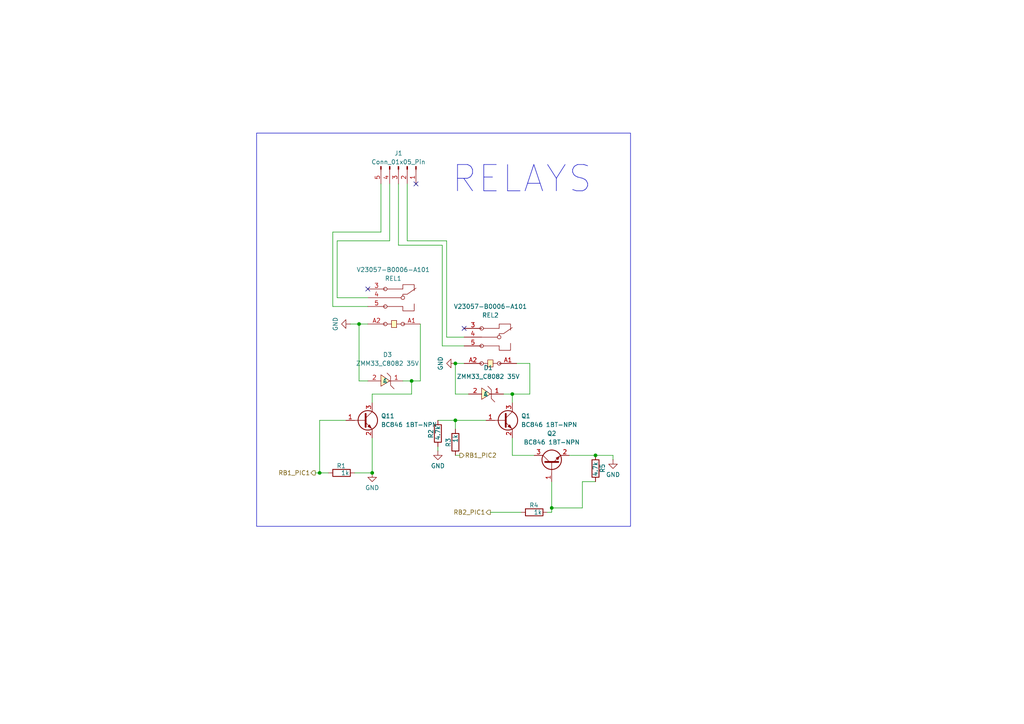
<source format=kicad_sch>
(kicad_sch
	(version 20250114)
	(generator "eeschema")
	(generator_version "9.0")
	(uuid "92b22b3f-d5a3-40f7-9779-47e07c7a9e9e")
	(paper "A4")
	(lib_symbols
		(symbol "Connector:Conn_01x05_Pin"
			(pin_names
				(offset 1.016)
				(hide yes)
			)
			(exclude_from_sim no)
			(in_bom yes)
			(on_board yes)
			(property "Reference" "J"
				(at 0 7.62 0)
				(effects
					(font
						(size 1.27 1.27)
					)
				)
			)
			(property "Value" "Conn_01x05_Pin"
				(at 0 -7.62 0)
				(effects
					(font
						(size 1.27 1.27)
					)
				)
			)
			(property "Footprint" ""
				(at 0 0 0)
				(effects
					(font
						(size 1.27 1.27)
					)
					(hide yes)
				)
			)
			(property "Datasheet" "~"
				(at 0 0 0)
				(effects
					(font
						(size 1.27 1.27)
					)
					(hide yes)
				)
			)
			(property "Description" "Generic connector, single row, 01x05, script generated"
				(at 0 0 0)
				(effects
					(font
						(size 1.27 1.27)
					)
					(hide yes)
				)
			)
			(property "ki_locked" ""
				(at 0 0 0)
				(effects
					(font
						(size 1.27 1.27)
					)
				)
			)
			(property "ki_keywords" "connector"
				(at 0 0 0)
				(effects
					(font
						(size 1.27 1.27)
					)
					(hide yes)
				)
			)
			(property "ki_fp_filters" "Connector*:*_1x??_*"
				(at 0 0 0)
				(effects
					(font
						(size 1.27 1.27)
					)
					(hide yes)
				)
			)
			(symbol "Conn_01x05_Pin_1_1"
				(rectangle
					(start 0.8636 5.207)
					(end 0 4.953)
					(stroke
						(width 0.1524)
						(type default)
					)
					(fill
						(type outline)
					)
				)
				(rectangle
					(start 0.8636 2.667)
					(end 0 2.413)
					(stroke
						(width 0.1524)
						(type default)
					)
					(fill
						(type outline)
					)
				)
				(rectangle
					(start 0.8636 0.127)
					(end 0 -0.127)
					(stroke
						(width 0.1524)
						(type default)
					)
					(fill
						(type outline)
					)
				)
				(rectangle
					(start 0.8636 -2.413)
					(end 0 -2.667)
					(stroke
						(width 0.1524)
						(type default)
					)
					(fill
						(type outline)
					)
				)
				(rectangle
					(start 0.8636 -4.953)
					(end 0 -5.207)
					(stroke
						(width 0.1524)
						(type default)
					)
					(fill
						(type outline)
					)
				)
				(polyline
					(pts
						(xy 1.27 5.08) (xy 0.8636 5.08)
					)
					(stroke
						(width 0.1524)
						(type default)
					)
					(fill
						(type none)
					)
				)
				(polyline
					(pts
						(xy 1.27 2.54) (xy 0.8636 2.54)
					)
					(stroke
						(width 0.1524)
						(type default)
					)
					(fill
						(type none)
					)
				)
				(polyline
					(pts
						(xy 1.27 0) (xy 0.8636 0)
					)
					(stroke
						(width 0.1524)
						(type default)
					)
					(fill
						(type none)
					)
				)
				(polyline
					(pts
						(xy 1.27 -2.54) (xy 0.8636 -2.54)
					)
					(stroke
						(width 0.1524)
						(type default)
					)
					(fill
						(type none)
					)
				)
				(polyline
					(pts
						(xy 1.27 -5.08) (xy 0.8636 -5.08)
					)
					(stroke
						(width 0.1524)
						(type default)
					)
					(fill
						(type none)
					)
				)
				(pin passive line
					(at 5.08 5.08 180)
					(length 3.81)
					(name "Pin_1"
						(effects
							(font
								(size 1.27 1.27)
							)
						)
					)
					(number "1"
						(effects
							(font
								(size 1.27 1.27)
							)
						)
					)
				)
				(pin passive line
					(at 5.08 2.54 180)
					(length 3.81)
					(name "Pin_2"
						(effects
							(font
								(size 1.27 1.27)
							)
						)
					)
					(number "2"
						(effects
							(font
								(size 1.27 1.27)
							)
						)
					)
				)
				(pin passive line
					(at 5.08 0 180)
					(length 3.81)
					(name "Pin_3"
						(effects
							(font
								(size 1.27 1.27)
							)
						)
					)
					(number "3"
						(effects
							(font
								(size 1.27 1.27)
							)
						)
					)
				)
				(pin passive line
					(at 5.08 -2.54 180)
					(length 3.81)
					(name "Pin_4"
						(effects
							(font
								(size 1.27 1.27)
							)
						)
					)
					(number "4"
						(effects
							(font
								(size 1.27 1.27)
							)
						)
					)
				)
				(pin passive line
					(at 5.08 -5.08 180)
					(length 3.81)
					(name "Pin_5"
						(effects
							(font
								(size 1.27 1.27)
							)
						)
					)
					(number "5"
						(effects
							(font
								(size 1.27 1.27)
							)
						)
					)
				)
			)
			(embedded_fonts no)
		)
		(symbol "Device:R"
			(pin_numbers
				(hide yes)
			)
			(pin_names
				(offset 0)
			)
			(exclude_from_sim no)
			(in_bom yes)
			(on_board yes)
			(property "Reference" "R"
				(at 2.032 0 90)
				(effects
					(font
						(size 1.27 1.27)
					)
				)
			)
			(property "Value" "R"
				(at 0 0 90)
				(effects
					(font
						(size 1.27 1.27)
					)
				)
			)
			(property "Footprint" ""
				(at -1.778 0 90)
				(effects
					(font
						(size 1.27 1.27)
					)
					(hide yes)
				)
			)
			(property "Datasheet" "~"
				(at 0 0 0)
				(effects
					(font
						(size 1.27 1.27)
					)
					(hide yes)
				)
			)
			(property "Description" "Resistor"
				(at 0 0 0)
				(effects
					(font
						(size 1.27 1.27)
					)
					(hide yes)
				)
			)
			(property "ki_keywords" "R res resistor"
				(at 0 0 0)
				(effects
					(font
						(size 1.27 1.27)
					)
					(hide yes)
				)
			)
			(property "ki_fp_filters" "R_*"
				(at 0 0 0)
				(effects
					(font
						(size 1.27 1.27)
					)
					(hide yes)
				)
			)
			(symbol "R_0_1"
				(rectangle
					(start -1.016 -2.54)
					(end 1.016 2.54)
					(stroke
						(width 0.254)
						(type default)
					)
					(fill
						(type none)
					)
				)
			)
			(symbol "R_1_1"
				(pin passive line
					(at 0 3.81 270)
					(length 1.27)
					(name "~"
						(effects
							(font
								(size 1.27 1.27)
							)
						)
					)
					(number "1"
						(effects
							(font
								(size 1.27 1.27)
							)
						)
					)
				)
				(pin passive line
					(at 0 -3.81 90)
					(length 1.27)
					(name "~"
						(effects
							(font
								(size 1.27 1.27)
							)
						)
					)
					(number "2"
						(effects
							(font
								(size 1.27 1.27)
							)
						)
					)
				)
			)
			(embedded_fonts no)
		)
		(symbol "Transistor_BJT:BC846"
			(pin_names
				(offset 0)
				(hide yes)
			)
			(exclude_from_sim no)
			(in_bom yes)
			(on_board yes)
			(property "Reference" "Q"
				(at 5.08 1.905 0)
				(effects
					(font
						(size 1.27 1.27)
					)
					(justify left)
				)
			)
			(property "Value" "BC846"
				(at 5.08 0 0)
				(effects
					(font
						(size 1.27 1.27)
					)
					(justify left)
				)
			)
			(property "Footprint" "Package_TO_SOT_SMD:SOT-23"
				(at 5.08 -1.905 0)
				(effects
					(font
						(size 1.27 1.27)
						(italic yes)
					)
					(justify left)
					(hide yes)
				)
			)
			(property "Datasheet" "https://assets.nexperia.com/documents/data-sheet/BC846_SER.pdf"
				(at 0 0 0)
				(effects
					(font
						(size 1.27 1.27)
					)
					(justify left)
					(hide yes)
				)
			)
			(property "Description" "0.1A Ic, 65V Vce, NPN Transistor, SOT-23"
				(at 0 0 0)
				(effects
					(font
						(size 1.27 1.27)
					)
					(hide yes)
				)
			)
			(property "ki_keywords" "NPN Transistor"
				(at 0 0 0)
				(effects
					(font
						(size 1.27 1.27)
					)
					(hide yes)
				)
			)
			(property "ki_fp_filters" "SOT?23*"
				(at 0 0 0)
				(effects
					(font
						(size 1.27 1.27)
					)
					(hide yes)
				)
			)
			(symbol "BC846_0_1"
				(polyline
					(pts
						(xy -2.54 0) (xy 0.635 0)
					)
					(stroke
						(width 0)
						(type default)
					)
					(fill
						(type none)
					)
				)
				(polyline
					(pts
						(xy 0.635 1.905) (xy 0.635 -1.905)
					)
					(stroke
						(width 0.508)
						(type default)
					)
					(fill
						(type none)
					)
				)
				(circle
					(center 1.27 0)
					(radius 2.8194)
					(stroke
						(width 0.254)
						(type default)
					)
					(fill
						(type none)
					)
				)
			)
			(symbol "BC846_1_1"
				(polyline
					(pts
						(xy 0.635 0.635) (xy 2.54 2.54)
					)
					(stroke
						(width 0)
						(type default)
					)
					(fill
						(type none)
					)
				)
				(polyline
					(pts
						(xy 0.635 -0.635) (xy 2.54 -2.54)
					)
					(stroke
						(width 0)
						(type default)
					)
					(fill
						(type none)
					)
				)
				(polyline
					(pts
						(xy 1.27 -1.778) (xy 1.778 -1.27) (xy 2.286 -2.286) (xy 1.27 -1.778)
					)
					(stroke
						(width 0)
						(type default)
					)
					(fill
						(type outline)
					)
				)
				(pin input line
					(at -5.08 0 0)
					(length 2.54)
					(name "B"
						(effects
							(font
								(size 1.27 1.27)
							)
						)
					)
					(number "1"
						(effects
							(font
								(size 1.27 1.27)
							)
						)
					)
				)
				(pin passive line
					(at 2.54 5.08 270)
					(length 2.54)
					(name "C"
						(effects
							(font
								(size 1.27 1.27)
							)
						)
					)
					(number "3"
						(effects
							(font
								(size 1.27 1.27)
							)
						)
					)
				)
				(pin passive line
					(at 2.54 -5.08 90)
					(length 2.54)
					(name "E"
						(effects
							(font
								(size 1.27 1.27)
							)
						)
					)
					(number "2"
						(effects
							(font
								(size 1.27 1.27)
							)
						)
					)
				)
			)
			(embedded_fonts no)
		)
		(symbol "V23057-B0006-A101_1"
			(pin_names
				(hide yes)
			)
			(exclude_from_sim no)
			(in_bom yes)
			(on_board yes)
			(property "Reference" "K"
				(at 0 12.7 0)
				(effects
					(font
						(size 1.27 1.27)
					)
				)
			)
			(property "Value" "V23057-B0006-A101"
				(at 0 -12.7 0)
				(effects
					(font
						(size 1.27 1.27)
					)
				)
			)
			(property "Footprint" "easyeda2kicad:RELAY-TH_TE_V23057BXXX"
				(at 0 -15.24 0)
				(effects
					(font
						(size 1.27 1.27)
					)
					(hide yes)
				)
			)
			(property "Datasheet" ""
				(at 0 0 0)
				(effects
					(font
						(size 1.27 1.27)
					)
					(hide yes)
				)
			)
			(property "Description" ""
				(at 0 0 0)
				(effects
					(font
						(size 1.27 1.27)
					)
					(hide yes)
				)
			)
			(property "LCSC Part" "C1564084"
				(at 0 -17.78 0)
				(effects
					(font
						(size 1.27 1.27)
					)
					(hide yes)
				)
			)
			(symbol "V23057-B0006-A101_1_0_1"
				(rectangle
					(start -6.1 0.76)
					(end -4.06 -0.76)
					(stroke
						(width 0)
						(type default)
					)
					(fill
						(type background)
					)
				)
				(circle
					(center -5.08 2.54)
					(radius 0.51)
					(stroke
						(width 0)
						(type default)
					)
					(fill
						(type none)
					)
				)
				(polyline
					(pts
						(xy -5.08 2.03) (xy -5.08 0.76)
					)
					(stroke
						(width 0)
						(type default)
					)
					(fill
						(type none)
					)
				)
				(polyline
					(pts
						(xy -5.08 -2.03) (xy -5.08 -1.02) (xy -5.08 -0.76)
					)
					(stroke
						(width 0)
						(type default)
					)
					(fill
						(type none)
					)
				)
				(circle
					(center -5.08 -2.54)
					(radius 0.51)
					(stroke
						(width 0)
						(type default)
					)
					(fill
						(type none)
					)
				)
				(polyline
					(pts
						(xy 0 2.54) (xy 0 -2.03)
					)
					(stroke
						(width 0)
						(type default)
					)
					(fill
						(type none)
					)
				)
				(polyline
					(pts
						(xy 0 2.54) (xy -1.27 2.54) (xy -1.27 5.84) (xy 0.76 5.84)
					)
					(stroke
						(width 0)
						(type default)
					)
					(fill
						(type none)
					)
				)
				(circle
					(center 0 -2.54)
					(radius 0.51)
					(stroke
						(width 0)
						(type default)
					)
					(fill
						(type none)
					)
				)
				(circle
					(center 2.54 2.54)
					(radius 0.51)
					(stroke
						(width 0)
						(type default)
					)
					(fill
						(type none)
					)
				)
				(polyline
					(pts
						(xy 2.54 2.03) (xy 2.54 -2.54) (xy 2.54 -1.78)
					)
					(stroke
						(width 0)
						(type default)
					)
					(fill
						(type none)
					)
				)
				(polyline
					(pts
						(xy 3.05 2.54) (xy 3.56 2.54) (xy 3.56 3.81) (xy 5.33 6.35)
					)
					(stroke
						(width 0)
						(type default)
					)
					(fill
						(type none)
					)
				)
				(polyline
					(pts
						(xy 5.08 2.54) (xy 5.08 -2.03)
					)
					(stroke
						(width 0)
						(type default)
					)
					(fill
						(type none)
					)
				)
				(polyline
					(pts
						(xy 5.08 2.54) (xy 6.35 2.54) (xy 6.35 5.84) (xy 4.57 5.84)
					)
					(stroke
						(width 0)
						(type default)
					)
					(fill
						(type none)
					)
				)
				(circle
					(center 5.08 -2.54)
					(radius 0.51)
					(stroke
						(width 0)
						(type default)
					)
					(fill
						(type none)
					)
				)
				(pin unspecified line
					(at -5.08 7.62 270)
					(length 5.08)
					(name "A1"
						(effects
							(font
								(size 1.27 1.27)
							)
						)
					)
					(number "A1"
						(effects
							(font
								(size 1.27 1.27)
							)
						)
					)
				)
				(pin unspecified line
					(at -5.08 -7.62 90)
					(length 5.08)
					(name "A2"
						(effects
							(font
								(size 1.27 1.27)
							)
						)
					)
					(number "A2"
						(effects
							(font
								(size 1.27 1.27)
							)
						)
					)
				)
				(pin unspecified line
					(at 0 -7.62 90)
					(length 5.08)
					(name "5"
						(effects
							(font
								(size 1.27 1.27)
							)
						)
					)
					(number "5"
						(effects
							(font
								(size 1.27 1.27)
							)
						)
					)
				)
				(pin unspecified line
					(at 2.54 -7.62 90)
					(length 5.08)
					(name "4"
						(effects
							(font
								(size 1.27 1.27)
							)
						)
					)
					(number "4"
						(effects
							(font
								(size 1.27 1.27)
							)
						)
					)
				)
				(pin unspecified line
					(at 5.08 -7.62 90)
					(length 5.08)
					(name "3"
						(effects
							(font
								(size 1.27 1.27)
							)
						)
					)
					(number "3"
						(effects
							(font
								(size 1.27 1.27)
							)
						)
					)
				)
			)
			(embedded_fonts no)
		)
		(symbol "easyeda2kicad:V23057-B0006-A101"
			(pin_names
				(hide yes)
			)
			(exclude_from_sim no)
			(in_bom yes)
			(on_board yes)
			(property "Reference" "K"
				(at 0 12.7 0)
				(effects
					(font
						(size 1.27 1.27)
					)
				)
			)
			(property "Value" "V23057-B0006-A101"
				(at 0 -12.7 0)
				(effects
					(font
						(size 1.27 1.27)
					)
				)
			)
			(property "Footprint" "easyeda2kicad:RELAY-TH_TE_V23057BXXX"
				(at 0 -15.24 0)
				(effects
					(font
						(size 1.27 1.27)
					)
					(hide yes)
				)
			)
			(property "Datasheet" ""
				(at 0 0 0)
				(effects
					(font
						(size 1.27 1.27)
					)
					(hide yes)
				)
			)
			(property "Description" ""
				(at 0 0 0)
				(effects
					(font
						(size 1.27 1.27)
					)
					(hide yes)
				)
			)
			(property "LCSC Part" "C1564084"
				(at 0 -17.78 0)
				(effects
					(font
						(size 1.27 1.27)
					)
					(hide yes)
				)
			)
			(symbol "V23057-B0006-A101_0_1"
				(rectangle
					(start -6.1 0.76)
					(end -4.06 -0.76)
					(stroke
						(width 0)
						(type default)
					)
					(fill
						(type background)
					)
				)
				(circle
					(center -5.08 2.54)
					(radius 0.51)
					(stroke
						(width 0)
						(type default)
					)
					(fill
						(type none)
					)
				)
				(polyline
					(pts
						(xy -5.08 2.03) (xy -5.08 0.76)
					)
					(stroke
						(width 0)
						(type default)
					)
					(fill
						(type none)
					)
				)
				(polyline
					(pts
						(xy -5.08 -2.03) (xy -5.08 -1.02) (xy -5.08 -0.76)
					)
					(stroke
						(width 0)
						(type default)
					)
					(fill
						(type none)
					)
				)
				(circle
					(center -5.08 -2.54)
					(radius 0.51)
					(stroke
						(width 0)
						(type default)
					)
					(fill
						(type none)
					)
				)
				(polyline
					(pts
						(xy 0 2.54) (xy 0 -2.03)
					)
					(stroke
						(width 0)
						(type default)
					)
					(fill
						(type none)
					)
				)
				(polyline
					(pts
						(xy 0 2.54) (xy -1.27 2.54) (xy -1.27 5.84) (xy 0.76 5.84)
					)
					(stroke
						(width 0)
						(type default)
					)
					(fill
						(type none)
					)
				)
				(circle
					(center 0 -2.54)
					(radius 0.51)
					(stroke
						(width 0)
						(type default)
					)
					(fill
						(type none)
					)
				)
				(circle
					(center 2.54 2.54)
					(radius 0.51)
					(stroke
						(width 0)
						(type default)
					)
					(fill
						(type none)
					)
				)
				(polyline
					(pts
						(xy 2.54 2.03) (xy 2.54 -2.54) (xy 2.54 -1.78)
					)
					(stroke
						(width 0)
						(type default)
					)
					(fill
						(type none)
					)
				)
				(polyline
					(pts
						(xy 3.05 2.54) (xy 3.56 2.54) (xy 3.56 3.81) (xy 5.33 6.35)
					)
					(stroke
						(width 0)
						(type default)
					)
					(fill
						(type none)
					)
				)
				(polyline
					(pts
						(xy 5.08 2.54) (xy 5.08 -2.03)
					)
					(stroke
						(width 0)
						(type default)
					)
					(fill
						(type none)
					)
				)
				(polyline
					(pts
						(xy 5.08 2.54) (xy 6.35 2.54) (xy 6.35 5.84) (xy 4.57 5.84)
					)
					(stroke
						(width 0)
						(type default)
					)
					(fill
						(type none)
					)
				)
				(circle
					(center 5.08 -2.54)
					(radius 0.51)
					(stroke
						(width 0)
						(type default)
					)
					(fill
						(type none)
					)
				)
				(pin unspecified line
					(at -5.08 7.62 270)
					(length 5.08)
					(name "A1"
						(effects
							(font
								(size 1.27 1.27)
							)
						)
					)
					(number "A1"
						(effects
							(font
								(size 1.27 1.27)
							)
						)
					)
				)
				(pin unspecified line
					(at -5.08 -7.62 90)
					(length 5.08)
					(name "A2"
						(effects
							(font
								(size 1.27 1.27)
							)
						)
					)
					(number "A2"
						(effects
							(font
								(size 1.27 1.27)
							)
						)
					)
				)
				(pin unspecified line
					(at 0 -7.62 90)
					(length 5.08)
					(name "5"
						(effects
							(font
								(size 1.27 1.27)
							)
						)
					)
					(number "5"
						(effects
							(font
								(size 1.27 1.27)
							)
						)
					)
				)
				(pin unspecified line
					(at 2.54 -7.62 90)
					(length 5.08)
					(name "4"
						(effects
							(font
								(size 1.27 1.27)
							)
						)
					)
					(number "4"
						(effects
							(font
								(size 1.27 1.27)
							)
						)
					)
				)
				(pin unspecified line
					(at 5.08 -7.62 90)
					(length 5.08)
					(name "3"
						(effects
							(font
								(size 1.27 1.27)
							)
						)
					)
					(number "3"
						(effects
							(font
								(size 1.27 1.27)
							)
						)
					)
				)
			)
			(embedded_fonts no)
		)
		(symbol "easyeda2kicad:ZMM33_C8082"
			(exclude_from_sim no)
			(in_bom yes)
			(on_board yes)
			(property "Reference" "D"
				(at 0 5.08 0)
				(effects
					(font
						(size 1.27 1.27)
					)
				)
			)
			(property "Value" "ZMM33_C8082"
				(at 0 -5.08 0)
				(effects
					(font
						(size 1.27 1.27)
					)
				)
			)
			(property "Footprint" "easyeda2kicad:LL-34_L3.5-W1.5-RD"
				(at 0 -7.62 0)
				(effects
					(font
						(size 1.27 1.27)
					)
					(hide yes)
				)
			)
			(property "Datasheet" "https://lcsc.com/product-detail/Zener-Diodes_ZMM33_C8082.html"
				(at 0 -10.16 0)
				(effects
					(font
						(size 1.27 1.27)
					)
					(hide yes)
				)
			)
			(property "Description" ""
				(at 0 0 0)
				(effects
					(font
						(size 1.27 1.27)
					)
					(hide yes)
				)
			)
			(property "LCSC Part" "C8082"
				(at 0 -12.7 0)
				(effects
					(font
						(size 1.27 1.27)
					)
					(hide yes)
				)
			)
			(symbol "ZMM33_C8082_0_1"
				(polyline
					(pts
						(xy -2.54 2.29) (xy -1.52 1.27) (xy -1.52 -1.27) (xy -0.51 -2.29)
					)
					(stroke
						(width 0)
						(type default)
					)
					(fill
						(type none)
					)
				)
				(polyline
					(pts
						(xy 1.27 1.52) (xy -1.27 0) (xy 1.27 -1.78) (xy 1.27 1.52)
					)
					(stroke
						(width 0)
						(type default)
					)
					(fill
						(type background)
					)
				)
				(pin unspecified line
					(at -5.08 0 0)
					(length 3.81)
					(name "C"
						(effects
							(font
								(size 1.27 1.27)
							)
						)
					)
					(number "1"
						(effects
							(font
								(size 1.27 1.27)
							)
						)
					)
				)
				(pin unspecified line
					(at 5.08 0 180)
					(length 3.81)
					(name "A"
						(effects
							(font
								(size 1.27 1.27)
							)
						)
					)
					(number "2"
						(effects
							(font
								(size 1.27 1.27)
							)
						)
					)
				)
			)
			(embedded_fonts no)
		)
		(symbol "power:GND"
			(power)
			(pin_numbers
				(hide yes)
			)
			(pin_names
				(offset 0)
				(hide yes)
			)
			(exclude_from_sim no)
			(in_bom yes)
			(on_board yes)
			(property "Reference" "#PWR"
				(at 0 -6.35 0)
				(effects
					(font
						(size 1.27 1.27)
					)
					(hide yes)
				)
			)
			(property "Value" "GND"
				(at 0 -3.81 0)
				(effects
					(font
						(size 1.27 1.27)
					)
				)
			)
			(property "Footprint" ""
				(at 0 0 0)
				(effects
					(font
						(size 1.27 1.27)
					)
					(hide yes)
				)
			)
			(property "Datasheet" ""
				(at 0 0 0)
				(effects
					(font
						(size 1.27 1.27)
					)
					(hide yes)
				)
			)
			(property "Description" "Power symbol creates a global label with name \"GND\" , ground"
				(at 0 0 0)
				(effects
					(font
						(size 1.27 1.27)
					)
					(hide yes)
				)
			)
			(property "ki_keywords" "global power"
				(at 0 0 0)
				(effects
					(font
						(size 1.27 1.27)
					)
					(hide yes)
				)
			)
			(symbol "GND_0_1"
				(polyline
					(pts
						(xy 0 0) (xy 0 -1.27) (xy 1.27 -1.27) (xy 0 -2.54) (xy -1.27 -1.27) (xy 0 -1.27)
					)
					(stroke
						(width 0)
						(type default)
					)
					(fill
						(type none)
					)
				)
			)
			(symbol "GND_1_1"
				(pin power_in line
					(at 0 0 270)
					(length 0)
					(name "~"
						(effects
							(font
								(size 1.27 1.27)
							)
						)
					)
					(number "1"
						(effects
							(font
								(size 1.27 1.27)
							)
						)
					)
				)
			)
			(embedded_fonts no)
		)
	)
	(rectangle
		(start 74.422 38.608)
		(end 182.88 152.654)
		(stroke
			(width 0)
			(type default)
		)
		(fill
			(type none)
		)
		(uuid d59b8923-66f8-434d-b371-c789f4339f8d)
	)
	(text "RELAYS"
		(exclude_from_sim no)
		(at 151.384 52.07 0)
		(effects
			(font
				(size 7.62 7.62)
			)
		)
		(uuid "7d5e8f05-1d39-4601-a306-bc3dc18cd5d7")
	)
	(junction
		(at 107.95 137.16)
		(diameter 0)
		(color 0 0 0 0)
		(uuid "1243ef6d-7a0a-46fa-a0b3-e17a23773db9")
	)
	(junction
		(at 92.71 137.16)
		(diameter 0)
		(color 0 0 0 0)
		(uuid "16af2043-ef56-4b6d-af49-11f5a8e39572")
	)
	(junction
		(at 160.02 147.32)
		(diameter 0)
		(color 0 0 0 0)
		(uuid "1d72ac73-d9aa-4ec3-9be3-5dc90ce7f8aa")
	)
	(junction
		(at 132.08 121.92)
		(diameter 0)
		(color 0 0 0 0)
		(uuid "3d01f3a7-7ccd-4954-bdb8-b30b2eeca1cc")
	)
	(junction
		(at 104.14 93.98)
		(diameter 0)
		(color 0 0 0 0)
		(uuid "55c8d41e-55f8-418b-8237-e1d640aebb9e")
	)
	(junction
		(at 148.59 114.3)
		(diameter 0)
		(color 0 0 0 0)
		(uuid "86d267f7-80ff-40b5-bef1-978420b8e423")
	)
	(junction
		(at 132.08 105.41)
		(diameter 0)
		(color 0 0 0 0)
		(uuid "8b791a5e-bc47-4e20-bc72-b96ae5be3ea1")
	)
	(junction
		(at 119.38 110.49)
		(diameter 0)
		(color 0 0 0 0)
		(uuid "a62c3078-1c8f-4f19-9071-7efaa2ee0ed2")
	)
	(junction
		(at 172.72 132.08)
		(diameter 0)
		(color 0 0 0 0)
		(uuid "c0266be4-c97b-491a-8914-97e705eaab03")
	)
	(no_connect
		(at 134.62 95.25)
		(uuid "57b03bf6-65f0-4971-8e74-5e7dfb9b081f")
	)
	(no_connect
		(at 120.65 53.34)
		(uuid "5951c44f-aedb-43f5-8fed-83b07ec67ddd")
	)
	(no_connect
		(at 106.68 83.82)
		(uuid "61d2d6a2-522b-4b4b-b744-9e81970f5970")
	)
	(wire
		(pts
			(xy 148.59 132.08) (xy 154.94 132.08)
		)
		(stroke
			(width 0)
			(type default)
		)
		(uuid "00593377-5cc9-4a51-9a3c-5c5dce2e9bc0")
	)
	(wire
		(pts
			(xy 168.91 139.7) (xy 172.72 139.7)
		)
		(stroke
			(width 0)
			(type default)
		)
		(uuid "0273c854-cb5a-4c42-ab6c-84f93134eb1e")
	)
	(wire
		(pts
			(xy 168.91 147.32) (xy 168.91 139.7)
		)
		(stroke
			(width 0)
			(type default)
		)
		(uuid "11edd8b0-55c0-4cdc-8fd5-11b48103737a")
	)
	(wire
		(pts
			(xy 92.71 121.92) (xy 100.33 121.92)
		)
		(stroke
			(width 0)
			(type default)
		)
		(uuid "14228564-fb04-417b-b8dd-9304b9967694")
	)
	(wire
		(pts
			(xy 104.14 93.98) (xy 106.68 93.98)
		)
		(stroke
			(width 0)
			(type default)
		)
		(uuid "14c98d59-8475-4cea-a043-8c74b936f87b")
	)
	(wire
		(pts
			(xy 129.54 69.85) (xy 129.54 97.79)
		)
		(stroke
			(width 0)
			(type default)
		)
		(uuid "18b20c5e-7bf9-4360-a2ed-08dd438a1894")
	)
	(wire
		(pts
			(xy 132.08 121.92) (xy 132.08 124.46)
		)
		(stroke
			(width 0)
			(type default)
		)
		(uuid "18d32c48-4a40-4f9d-9dd5-214b805e6589")
	)
	(wire
		(pts
			(xy 96.52 67.31) (xy 96.52 88.9)
		)
		(stroke
			(width 0)
			(type default)
		)
		(uuid "25d65f72-195e-4c2f-911a-82578f5f7026")
	)
	(wire
		(pts
			(xy 132.08 114.3) (xy 135.89 114.3)
		)
		(stroke
			(width 0)
			(type default)
		)
		(uuid "27b6bb55-8441-4229-8b98-2d49a15a7f3d")
	)
	(wire
		(pts
			(xy 110.49 67.31) (xy 96.52 67.31)
		)
		(stroke
			(width 0)
			(type default)
		)
		(uuid "2b685747-3d51-4f25-aa5c-e5dd092796b7")
	)
	(wire
		(pts
			(xy 92.71 137.16) (xy 92.71 121.92)
		)
		(stroke
			(width 0)
			(type default)
		)
		(uuid "317c09be-43b1-47ed-989d-e9d5808a56ae")
	)
	(wire
		(pts
			(xy 107.95 114.3) (xy 107.95 116.84)
		)
		(stroke
			(width 0)
			(type default)
		)
		(uuid "32f5c9e8-10c7-429b-bb03-9c454d39567f")
	)
	(wire
		(pts
			(xy 134.62 105.41) (xy 132.08 105.41)
		)
		(stroke
			(width 0)
			(type default)
		)
		(uuid "351137fa-b547-4010-af3b-3994859dbe39")
	)
	(wire
		(pts
			(xy 177.8 132.08) (xy 172.72 132.08)
		)
		(stroke
			(width 0)
			(type default)
		)
		(uuid "445aded7-5840-4274-9dd9-921e5ad08815")
	)
	(wire
		(pts
			(xy 115.57 53.34) (xy 115.57 71.12)
		)
		(stroke
			(width 0)
			(type default)
		)
		(uuid "44aa8910-1cb4-4c38-9058-37cbd7986735")
	)
	(wire
		(pts
			(xy 160.02 148.59) (xy 160.02 147.32)
		)
		(stroke
			(width 0)
			(type default)
		)
		(uuid "479ccd2a-f1d5-4fc5-a696-48fcdf9c5c95")
	)
	(wire
		(pts
			(xy 95.25 137.16) (xy 92.71 137.16)
		)
		(stroke
			(width 0)
			(type default)
		)
		(uuid "49072d47-73f0-444d-bcc2-be267203a39f")
	)
	(wire
		(pts
			(xy 148.59 116.84) (xy 148.59 114.3)
		)
		(stroke
			(width 0)
			(type default)
		)
		(uuid "4d0f9200-0c7a-4a46-bf9d-683fea15d052")
	)
	(wire
		(pts
			(xy 101.6 93.98) (xy 104.14 93.98)
		)
		(stroke
			(width 0)
			(type default)
		)
		(uuid "4e3e0907-b89a-47a3-a8b1-bfe44186839c")
	)
	(wire
		(pts
			(xy 107.95 127) (xy 107.95 137.16)
		)
		(stroke
			(width 0)
			(type default)
		)
		(uuid "4e87116b-39ea-4f9c-a09f-701875226f37")
	)
	(wire
		(pts
			(xy 110.49 53.34) (xy 110.49 67.31)
		)
		(stroke
			(width 0)
			(type default)
		)
		(uuid "4eb2f129-5a2a-4e3d-8735-1983212ff0e2")
	)
	(wire
		(pts
			(xy 132.08 132.08) (xy 133.35 132.08)
		)
		(stroke
			(width 0)
			(type default)
		)
		(uuid "51afbddf-2c89-4c71-ae8b-dfdf09ca840b")
	)
	(wire
		(pts
			(xy 148.59 114.3) (xy 153.67 114.3)
		)
		(stroke
			(width 0)
			(type default)
		)
		(uuid "55775e1d-7936-484b-a717-da3a3f0adec1")
	)
	(wire
		(pts
			(xy 91.44 137.16) (xy 92.71 137.16)
		)
		(stroke
			(width 0)
			(type default)
		)
		(uuid "59921e69-9b93-4396-a792-08fc549695bc")
	)
	(wire
		(pts
			(xy 132.08 105.41) (xy 132.08 114.3)
		)
		(stroke
			(width 0)
			(type default)
		)
		(uuid "6314fcee-0410-4bed-b929-4cf19119f805")
	)
	(wire
		(pts
			(xy 96.52 88.9) (xy 106.68 88.9)
		)
		(stroke
			(width 0)
			(type default)
		)
		(uuid "6f81d6b0-3096-4722-b6e8-a862beeae53d")
	)
	(wire
		(pts
			(xy 119.38 110.49) (xy 119.38 114.3)
		)
		(stroke
			(width 0)
			(type default)
		)
		(uuid "78906b46-1884-4ddd-a739-176d6a35e611")
	)
	(wire
		(pts
			(xy 160.02 147.32) (xy 168.91 147.32)
		)
		(stroke
			(width 0)
			(type default)
		)
		(uuid "795882d2-d5d8-457b-9da9-3649a516b3d7")
	)
	(wire
		(pts
			(xy 128.27 71.12) (xy 128.27 100.33)
		)
		(stroke
			(width 0)
			(type default)
		)
		(uuid "7a4721ea-ec7e-42df-855e-7e3c4b35e9a4")
	)
	(wire
		(pts
			(xy 104.14 93.98) (xy 104.14 110.49)
		)
		(stroke
			(width 0)
			(type default)
		)
		(uuid "7bd0b442-7cfd-49bb-849f-8a85d488fdd2")
	)
	(wire
		(pts
			(xy 119.38 114.3) (xy 107.95 114.3)
		)
		(stroke
			(width 0)
			(type default)
		)
		(uuid "7ccf7f89-0fe6-4a8a-96d4-3ab1cec6a90c")
	)
	(wire
		(pts
			(xy 165.1 132.08) (xy 172.72 132.08)
		)
		(stroke
			(width 0)
			(type default)
		)
		(uuid "7f6b9bee-4e83-4058-b455-a3b26972f12d")
	)
	(wire
		(pts
			(xy 118.11 53.34) (xy 118.11 69.85)
		)
		(stroke
			(width 0)
			(type default)
		)
		(uuid "8870aa7b-5d44-48be-a670-24858e99c6b4")
	)
	(wire
		(pts
			(xy 146.05 114.3) (xy 148.59 114.3)
		)
		(stroke
			(width 0)
			(type default)
		)
		(uuid "88823059-a89d-4574-84ab-29d17d5e05b1")
	)
	(wire
		(pts
			(xy 149.86 105.41) (xy 153.67 105.41)
		)
		(stroke
			(width 0)
			(type default)
		)
		(uuid "908407c8-7c57-4e77-9b31-e87833105880")
	)
	(wire
		(pts
			(xy 142.24 148.59) (xy 151.13 148.59)
		)
		(stroke
			(width 0)
			(type default)
		)
		(uuid "91aa0012-e3ce-462a-af47-f6515a630b00")
	)
	(wire
		(pts
			(xy 97.79 69.85) (xy 97.79 86.36)
		)
		(stroke
			(width 0)
			(type default)
		)
		(uuid "93e5db90-3ffd-4b43-81e5-d4ad8fe22d67")
	)
	(wire
		(pts
			(xy 104.14 110.49) (xy 106.68 110.49)
		)
		(stroke
			(width 0)
			(type default)
		)
		(uuid "a7808538-760d-4cf1-b8f3-6a38696a43b1")
	)
	(wire
		(pts
			(xy 97.79 86.36) (xy 106.68 86.36)
		)
		(stroke
			(width 0)
			(type default)
		)
		(uuid "ab81e5ef-9aaf-4377-b596-83f59c299d91")
	)
	(wire
		(pts
			(xy 118.11 69.85) (xy 129.54 69.85)
		)
		(stroke
			(width 0)
			(type default)
		)
		(uuid "aefa423c-4f3b-4bc1-b07b-fed17bf685dc")
	)
	(wire
		(pts
			(xy 160.02 139.7) (xy 160.02 147.32)
		)
		(stroke
			(width 0)
			(type default)
		)
		(uuid "b05fff2e-9f18-4071-8134-293e10c9ed9a")
	)
	(wire
		(pts
			(xy 121.92 93.98) (xy 121.92 110.49)
		)
		(stroke
			(width 0)
			(type default)
		)
		(uuid "b75afdd9-0120-41a7-9e70-b2d37a40d9cc")
	)
	(wire
		(pts
			(xy 153.67 105.41) (xy 153.67 114.3)
		)
		(stroke
			(width 0)
			(type default)
		)
		(uuid "c6448f8c-6241-4327-ba26-da5324279eaf")
	)
	(wire
		(pts
			(xy 148.59 127) (xy 148.59 132.08)
		)
		(stroke
			(width 0)
			(type default)
		)
		(uuid "c6598ddb-c675-4766-aa82-ac1a2a979e59")
	)
	(wire
		(pts
			(xy 177.8 133.35) (xy 177.8 132.08)
		)
		(stroke
			(width 0)
			(type default)
		)
		(uuid "cb7bd279-8337-4b56-81b9-5de866999abc")
	)
	(wire
		(pts
			(xy 119.38 110.49) (xy 121.92 110.49)
		)
		(stroke
			(width 0)
			(type default)
		)
		(uuid "d25964dc-97ea-40e2-bd15-516769f470f6")
	)
	(wire
		(pts
			(xy 102.87 137.16) (xy 107.95 137.16)
		)
		(stroke
			(width 0)
			(type default)
		)
		(uuid "d368015a-ef2a-4675-82e5-75b6067d1fc9")
	)
	(wire
		(pts
			(xy 128.27 100.33) (xy 134.62 100.33)
		)
		(stroke
			(width 0)
			(type default)
		)
		(uuid "d4573a7b-36ea-40a7-8742-ffb0f5438058")
	)
	(wire
		(pts
			(xy 113.03 69.85) (xy 97.79 69.85)
		)
		(stroke
			(width 0)
			(type default)
		)
		(uuid "d5062854-bc49-4e79-a103-afbfde26daed")
	)
	(wire
		(pts
			(xy 132.08 121.92) (xy 140.97 121.92)
		)
		(stroke
			(width 0)
			(type default)
		)
		(uuid "db4043b7-3a23-4c1e-9cf1-ff726eda1db1")
	)
	(wire
		(pts
			(xy 129.54 97.79) (xy 134.62 97.79)
		)
		(stroke
			(width 0)
			(type default)
		)
		(uuid "e06cb013-ea79-40fb-8db5-e830bc51fce5")
	)
	(wire
		(pts
			(xy 115.57 71.12) (xy 128.27 71.12)
		)
		(stroke
			(width 0)
			(type default)
		)
		(uuid "e457907d-6803-4ad9-950c-7bffbdeb0b29")
	)
	(wire
		(pts
			(xy 127 121.92) (xy 132.08 121.92)
		)
		(stroke
			(width 0)
			(type default)
		)
		(uuid "e774ebca-0490-4157-9c04-5341668a28c9")
	)
	(wire
		(pts
			(xy 158.75 148.59) (xy 160.02 148.59)
		)
		(stroke
			(width 0)
			(type default)
		)
		(uuid "e9a35453-0616-46ee-a8c1-4f95e1b063db")
	)
	(wire
		(pts
			(xy 116.84 110.49) (xy 119.38 110.49)
		)
		(stroke
			(width 0)
			(type default)
		)
		(uuid "ec89609c-207e-4d3d-a76c-0bf415dd4fdd")
	)
	(wire
		(pts
			(xy 127 130.81) (xy 127 129.54)
		)
		(stroke
			(width 0)
			(type default)
		)
		(uuid "ef6647e8-032a-47de-adaf-fd7b7cdff784")
	)
	(wire
		(pts
			(xy 113.03 53.34) (xy 113.03 69.85)
		)
		(stroke
			(width 0)
			(type default)
		)
		(uuid "f393d9f8-2886-4483-89a0-01d152384f7f")
	)
	(hierarchical_label "RB1_PIC1"
		(shape output)
		(at 91.44 137.16 180)
		(effects
			(font
				(size 1.27 1.27)
			)
			(justify right)
		)
		(uuid "2f4dabac-188c-422f-9d24-0982f34d9228")
	)
	(hierarchical_label "RB1_PIC2"
		(shape output)
		(at 133.35 132.08 0)
		(effects
			(font
				(size 1.27 1.27)
			)
			(justify left)
		)
		(uuid "8fecb0bb-95d1-4e34-9963-55d884b70973")
	)
	(hierarchical_label "RB2_PIC1"
		(shape output)
		(at 142.24 148.59 180)
		(effects
			(font
				(size 1.27 1.27)
			)
			(justify right)
		)
		(uuid "d781c0cd-4030-41b5-81bb-da9644052d09")
	)
	(symbol
		(lib_id "Device:R")
		(at 127 125.73 0)
		(mirror x)
		(unit 1)
		(exclude_from_sim no)
		(in_bom yes)
		(on_board yes)
		(dnp no)
		(uuid "009eaf7b-ab58-416f-b8ff-f6cd766c30ed")
		(property "Reference" "R2"
			(at 124.968 124.46 90)
			(effects
				(font
					(size 1.27 1.27)
				)
				(justify left)
			)
		)
		(property "Value" "4.7k"
			(at 127 123.444 90)
			(effects
				(font
					(size 1.27 1.27)
				)
				(justify left)
			)
		)
		(property "Footprint" "Resistor_SMD:R_0805_2012Metric"
			(at 125.222 125.73 90)
			(effects
				(font
					(size 1.27 1.27)
				)
				(hide yes)
			)
		)
		(property "Datasheet" "~"
			(at 127 125.73 0)
			(effects
				(font
					(size 1.27 1.27)
				)
				(hide yes)
			)
		)
		(property "Description" "Resistor"
			(at 127 125.73 0)
			(effects
				(font
					(size 1.27 1.27)
				)
				(hide yes)
			)
		)
		(property "JLCPCB" ""
			(at 127 125.73 90)
			(effects
				(font
					(size 1.27 1.27)
				)
				(hide yes)
			)
		)
		(pin "1"
			(uuid "e77fc166-cdc8-4a0c-aedf-438f2e0b0194")
		)
		(pin "2"
			(uuid "f0aac916-3791-4670-baa0-b0f1c8fd5a05")
		)
		(instances
			(project "GraduateProject"
				(path "/5608137a-e4aa-4fc5-a1c7-a13152d0b864/b81b2d94-1e34-4e7a-a495-c468ec4a4433"
					(reference "R2")
					(unit 1)
				)
			)
		)
	)
	(symbol
		(lib_id "Device:R")
		(at 172.72 135.89 0)
		(mirror y)
		(unit 1)
		(exclude_from_sim no)
		(in_bom yes)
		(on_board yes)
		(dnp no)
		(uuid "02eba6a1-3300-47a1-8f48-cb5b721a4d56")
		(property "Reference" "R5"
			(at 174.752 137.16 90)
			(effects
				(font
					(size 1.27 1.27)
				)
				(justify left)
			)
		)
		(property "Value" "4.7k"
			(at 172.72 138.176 90)
			(effects
				(font
					(size 1.27 1.27)
				)
				(justify left)
			)
		)
		(property "Footprint" "Resistor_SMD:R_0805_2012Metric"
			(at 174.498 135.89 90)
			(effects
				(font
					(size 1.27 1.27)
				)
				(hide yes)
			)
		)
		(property "Datasheet" "~"
			(at 172.72 135.89 0)
			(effects
				(font
					(size 1.27 1.27)
				)
				(hide yes)
			)
		)
		(property "Description" "Resistor"
			(at 172.72 135.89 0)
			(effects
				(font
					(size 1.27 1.27)
				)
				(hide yes)
			)
		)
		(property "JLCPCB" ""
			(at 172.72 135.89 90)
			(effects
				(font
					(size 1.27 1.27)
				)
				(hide yes)
			)
		)
		(pin "1"
			(uuid "d25a5201-36a1-4377-a66b-eb36e500601d")
		)
		(pin "2"
			(uuid "a2ffd856-f2ff-4b0f-950b-674c0d2345c6")
		)
		(instances
			(project "GraduateProject"
				(path "/5608137a-e4aa-4fc5-a1c7-a13152d0b864/b81b2d94-1e34-4e7a-a495-c468ec4a4433"
					(reference "R5")
					(unit 1)
				)
			)
		)
	)
	(symbol
		(lib_id "power:GND")
		(at 107.95 137.16 0)
		(unit 1)
		(exclude_from_sim no)
		(in_bom yes)
		(on_board yes)
		(dnp no)
		(uuid "082de901-345e-4d6c-a211-1780ce08dcc6")
		(property "Reference" "#PWR02"
			(at 107.95 143.51 0)
			(effects
				(font
					(size 1.27 1.27)
				)
				(hide yes)
			)
		)
		(property "Value" "GND"
			(at 107.95 141.478 0)
			(effects
				(font
					(size 1.27 1.27)
				)
			)
		)
		(property "Footprint" ""
			(at 107.95 137.16 0)
			(effects
				(font
					(size 1.27 1.27)
				)
				(hide yes)
			)
		)
		(property "Datasheet" ""
			(at 107.95 137.16 0)
			(effects
				(font
					(size 1.27 1.27)
				)
				(hide yes)
			)
		)
		(property "Description" "Power symbol creates a global label with name \"GND\" , ground"
			(at 107.95 137.16 0)
			(effects
				(font
					(size 1.27 1.27)
				)
				(hide yes)
			)
		)
		(pin "1"
			(uuid "f6ba05f1-6810-4a69-8d49-a82bec48a0a1")
		)
		(instances
			(project "GraduateProject"
				(path "/5608137a-e4aa-4fc5-a1c7-a13152d0b864/b81b2d94-1e34-4e7a-a495-c468ec4a4433"
					(reference "#PWR02")
					(unit 1)
				)
			)
		)
	)
	(symbol
		(lib_name "V23057-B0006-A101_1")
		(lib_id "easyeda2kicad:V23057-B0006-A101")
		(at 142.24 100.33 270)
		(mirror x)
		(unit 1)
		(exclude_from_sim no)
		(in_bom yes)
		(on_board yes)
		(dnp no)
		(uuid "0c245a6e-9acf-4f93-8f7e-8c4836e74531")
		(property "Reference" "REL2"
			(at 142.24 91.44 90)
			(effects
				(font
					(size 1.27 1.27)
				)
			)
		)
		(property "Value" "V23057-B0006-A101"
			(at 142.24 88.9 90)
			(effects
				(font
					(size 1.27 1.27)
				)
			)
		)
		(property "Footprint" "easyeda2kicad:RELAY-TH_TE_V23057BXXX"
			(at 127 100.33 0)
			(effects
				(font
					(size 1.27 1.27)
				)
				(hide yes)
			)
		)
		(property "Datasheet" ""
			(at 142.24 100.33 0)
			(effects
				(font
					(size 1.27 1.27)
				)
				(hide yes)
			)
		)
		(property "Description" ""
			(at 142.24 100.33 0)
			(effects
				(font
					(size 1.27 1.27)
				)
				(hide yes)
			)
		)
		(property "LCSC Part" "C1564084"
			(at 124.46 100.33 0)
			(effects
				(font
					(size 1.27 1.27)
				)
				(hide yes)
			)
		)
		(property "JLCPCB" ""
			(at 142.24 100.33 90)
			(effects
				(font
					(size 1.27 1.27)
				)
				(hide yes)
			)
		)
		(pin "3"
			(uuid "3a2a3fe8-0d19-44cb-862a-51e757ca90fb")
		)
		(pin "5"
			(uuid "59e8dc69-fb95-4cae-b6e4-1fbeb435a022")
		)
		(pin "A1"
			(uuid "37e30aa4-ef69-4b5d-9c41-5c546b100cb8")
		)
		(pin "4"
			(uuid "061f75e8-3d8d-4d74-b5dd-88e721ffcd16")
		)
		(pin "A2"
			(uuid "50092238-c067-426e-82d0-77d04148615d")
		)
		(instances
			(project "GraduateProject"
				(path "/5608137a-e4aa-4fc5-a1c7-a13152d0b864/b81b2d94-1e34-4e7a-a495-c468ec4a4433"
					(reference "REL2")
					(unit 1)
				)
			)
		)
	)
	(symbol
		(lib_id "easyeda2kicad:ZMM33_C8082")
		(at 140.97 114.3 180)
		(unit 1)
		(exclude_from_sim no)
		(in_bom yes)
		(on_board yes)
		(dnp no)
		(fields_autoplaced yes)
		(uuid "1084de6a-2e87-4f6a-bf3a-c105383a16d0")
		(property "Reference" "D1"
			(at 141.605 106.68 0)
			(effects
				(font
					(size 1.27 1.27)
				)
			)
		)
		(property "Value" "ZMM33_C8082 35V"
			(at 141.605 109.22 0)
			(effects
				(font
					(size 1.27 1.27)
				)
			)
		)
		(property "Footprint" "easyeda2kicad:LL-34_L3.5-W1.5-RD"
			(at 140.97 106.68 0)
			(effects
				(font
					(size 1.27 1.27)
				)
				(hide yes)
			)
		)
		(property "Datasheet" "https://lcsc.com/product-detail/Zener-Diodes_ZMM33_C8082.html"
			(at 140.97 104.14 0)
			(effects
				(font
					(size 1.27 1.27)
				)
				(hide yes)
			)
		)
		(property "Description" ""
			(at 140.97 114.3 0)
			(effects
				(font
					(size 1.27 1.27)
				)
				(hide yes)
			)
		)
		(property "LCSC Part" "C8082"
			(at 140.97 101.6 0)
			(effects
				(font
					(size 1.27 1.27)
				)
				(hide yes)
			)
		)
		(pin "2"
			(uuid "0046a3bc-12d5-4481-a0dd-6f39a8fb41be")
		)
		(pin "1"
			(uuid "c9a3135b-cb02-4665-9bf4-5f82c55a05ff")
		)
		(instances
			(project "GraduateProject"
				(path "/5608137a-e4aa-4fc5-a1c7-a13152d0b864/b81b2d94-1e34-4e7a-a495-c468ec4a4433"
					(reference "D1")
					(unit 1)
				)
			)
		)
	)
	(symbol
		(lib_id "Transistor_BJT:BC846")
		(at 160.02 134.62 90)
		(unit 1)
		(exclude_from_sim no)
		(in_bom yes)
		(on_board yes)
		(dnp no)
		(fields_autoplaced yes)
		(uuid "1b61c486-a28d-44e6-a4e4-b1f1753b9440")
		(property "Reference" "Q2"
			(at 160.02 125.73 90)
			(effects
				(font
					(size 1.27 1.27)
				)
			)
		)
		(property "Value" "BC846 1BT-NPN"
			(at 160.02 128.27 90)
			(effects
				(font
					(size 1.27 1.27)
				)
			)
		)
		(property "Footprint" "Package_TO_SOT_SMD:SOT-23"
			(at 161.925 129.54 0)
			(effects
				(font
					(size 1.27 1.27)
					(italic yes)
				)
				(justify left)
				(hide yes)
			)
		)
		(property "Datasheet" "https://assets.nexperia.com/documents/data-sheet/BC846_SER.pdf"
			(at 160.02 134.62 0)
			(effects
				(font
					(size 1.27 1.27)
				)
				(justify left)
				(hide yes)
			)
		)
		(property "Description" "0.1A Ic, 65V Vce, NPN Transistor, SOT-23"
			(at 160.02 134.62 0)
			(effects
				(font
					(size 1.27 1.27)
				)
				(hide yes)
			)
		)
		(pin "1"
			(uuid "00741137-d2b6-4664-9a32-cc0e9bc23d6b")
		)
		(pin "3"
			(uuid "7948e73a-aef9-40dd-bce8-8071aeac5dc8")
		)
		(pin "2"
			(uuid "cdc7e2f3-200e-4f8d-87a1-554e7aeafb03")
		)
		(instances
			(project "GraduateProject"
				(path "/5608137a-e4aa-4fc5-a1c7-a13152d0b864/b81b2d94-1e34-4e7a-a495-c468ec4a4433"
					(reference "Q2")
					(unit 1)
				)
			)
		)
	)
	(symbol
		(lib_id "Transistor_BJT:BC846")
		(at 105.41 121.92 0)
		(unit 1)
		(exclude_from_sim no)
		(in_bom yes)
		(on_board yes)
		(dnp no)
		(fields_autoplaced yes)
		(uuid "417fa195-6203-42af-8737-fc97ebf1027d")
		(property "Reference" "Q11"
			(at 110.49 120.6499 0)
			(effects
				(font
					(size 1.27 1.27)
				)
				(justify left)
			)
		)
		(property "Value" "BC846 1BT-NPN"
			(at 110.49 123.1899 0)
			(effects
				(font
					(size 1.27 1.27)
				)
				(justify left)
			)
		)
		(property "Footprint" "Package_TO_SOT_SMD:SOT-23"
			(at 110.49 123.825 0)
			(effects
				(font
					(size 1.27 1.27)
					(italic yes)
				)
				(justify left)
				(hide yes)
			)
		)
		(property "Datasheet" "https://assets.nexperia.com/documents/data-sheet/BC846_SER.pdf"
			(at 105.41 121.92 0)
			(effects
				(font
					(size 1.27 1.27)
				)
				(justify left)
				(hide yes)
			)
		)
		(property "Description" "0.1A Ic, 65V Vce, NPN Transistor, SOT-23"
			(at 105.41 121.92 0)
			(effects
				(font
					(size 1.27 1.27)
				)
				(hide yes)
			)
		)
		(pin "1"
			(uuid "08d21772-730c-49ee-b6ea-ee6831b290e5")
		)
		(pin "3"
			(uuid "62243178-984b-4caf-9e0d-c43b7e7d2a29")
		)
		(pin "2"
			(uuid "25a6e425-9eeb-4362-b1ff-2b87a4a57727")
		)
		(instances
			(project ""
				(path "/5608137a-e4aa-4fc5-a1c7-a13152d0b864/b81b2d94-1e34-4e7a-a495-c468ec4a4433"
					(reference "Q11")
					(unit 1)
				)
			)
		)
	)
	(symbol
		(lib_id "Device:R")
		(at 99.06 137.16 90)
		(mirror x)
		(unit 1)
		(exclude_from_sim no)
		(in_bom yes)
		(on_board yes)
		(dnp no)
		(uuid "54b21c0f-3f7f-4438-bca4-a157a78eaa3b")
		(property "Reference" "R1"
			(at 100.33 135.128 90)
			(effects
				(font
					(size 1.27 1.27)
				)
				(justify left)
			)
		)
		(property "Value" "1k"
			(at 101.346 137.16 90)
			(effects
				(font
					(size 1.27 1.27)
				)
				(justify left)
			)
		)
		(property "Footprint" "Resistor_SMD:R_0805_2012Metric"
			(at 99.06 135.382 90)
			(effects
				(font
					(size 1.27 1.27)
				)
				(hide yes)
			)
		)
		(property "Datasheet" "~"
			(at 99.06 137.16 0)
			(effects
				(font
					(size 1.27 1.27)
				)
				(hide yes)
			)
		)
		(property "Description" "Resistor"
			(at 99.06 137.16 0)
			(effects
				(font
					(size 1.27 1.27)
				)
				(hide yes)
			)
		)
		(property "JLCPCB" ""
			(at 99.06 137.16 90)
			(effects
				(font
					(size 1.27 1.27)
				)
				(hide yes)
			)
		)
		(pin "1"
			(uuid "df215620-0081-49e5-a77d-2cc5fcf012e5")
		)
		(pin "2"
			(uuid "3771aee5-aaad-47fb-b5e2-d91bfc179977")
		)
		(instances
			(project "GraduateProject"
				(path "/5608137a-e4aa-4fc5-a1c7-a13152d0b864/b81b2d94-1e34-4e7a-a495-c468ec4a4433"
					(reference "R1")
					(unit 1)
				)
			)
		)
	)
	(symbol
		(lib_id "Connector:Conn_01x05_Pin")
		(at 115.57 48.26 270)
		(unit 1)
		(exclude_from_sim no)
		(in_bom yes)
		(on_board yes)
		(dnp no)
		(fields_autoplaced yes)
		(uuid "67523407-f876-4d99-b86a-84e605440798")
		(property "Reference" "J1"
			(at 115.57 44.45 90)
			(effects
				(font
					(size 1.27 1.27)
				)
			)
		)
		(property "Value" "Conn_01x05_Pin"
			(at 115.57 46.99 90)
			(effects
				(font
					(size 1.27 1.27)
				)
			)
		)
		(property "Footprint" "Connector_PinHeader_2.54mm:PinHeader_1x05_P2.54mm_Vertical"
			(at 115.57 48.26 0)
			(effects
				(font
					(size 1.27 1.27)
				)
				(hide yes)
			)
		)
		(property "Datasheet" "~"
			(at 115.57 48.26 0)
			(effects
				(font
					(size 1.27 1.27)
				)
				(hide yes)
			)
		)
		(property "Description" "Generic connector, single row, 01x05, script generated"
			(at 115.57 48.26 0)
			(effects
				(font
					(size 1.27 1.27)
				)
				(hide yes)
			)
		)
		(property "JLCPCB" ""
			(at 115.57 48.26 90)
			(effects
				(font
					(size 1.27 1.27)
				)
				(hide yes)
			)
		)
		(pin "2"
			(uuid "ab9ed0a5-7792-4ea9-b38a-960e6e9bbc59")
		)
		(pin "4"
			(uuid "790c8164-ff89-4b87-be54-ea5bf90da695")
		)
		(pin "5"
			(uuid "0e33a6a0-a87a-4944-a7dd-e8a51ddbe64c")
		)
		(pin "1"
			(uuid "98f93fc4-d6ea-4578-9124-253eedf91055")
		)
		(pin "3"
			(uuid "ec18d907-f5fd-4357-9bd0-cad6865bbdcd")
		)
		(instances
			(project "GraduateProject"
				(path "/5608137a-e4aa-4fc5-a1c7-a13152d0b864/b81b2d94-1e34-4e7a-a495-c468ec4a4433"
					(reference "J1")
					(unit 1)
				)
			)
		)
	)
	(symbol
		(lib_id "easyeda2kicad:V23057-B0006-A101")
		(at 114.3 88.9 270)
		(mirror x)
		(unit 1)
		(exclude_from_sim no)
		(in_bom yes)
		(on_board yes)
		(dnp no)
		(uuid "6a5ecda6-bfd3-40d6-90bc-3052550a22bb")
		(property "Reference" "REL1"
			(at 114.046 80.772 90)
			(effects
				(font
					(size 1.27 1.27)
				)
			)
		)
		(property "Value" "V23057-B0006-A101"
			(at 114.046 78.232 90)
			(effects
				(font
					(size 1.27 1.27)
				)
			)
		)
		(property "Footprint" "easyeda2kicad:RELAY-TH_TE_V23057BXXX"
			(at 99.06 88.9 0)
			(effects
				(font
					(size 1.27 1.27)
				)
				(hide yes)
			)
		)
		(property "Datasheet" ""
			(at 114.3 88.9 0)
			(effects
				(font
					(size 1.27 1.27)
				)
				(hide yes)
			)
		)
		(property "Description" ""
			(at 114.3 88.9 0)
			(effects
				(font
					(size 1.27 1.27)
				)
				(hide yes)
			)
		)
		(property "LCSC Part" "C1564084"
			(at 96.52 88.9 0)
			(effects
				(font
					(size 1.27 1.27)
				)
				(hide yes)
			)
		)
		(property "JLCPCB" ""
			(at 114.3 88.9 90)
			(effects
				(font
					(size 1.27 1.27)
				)
				(hide yes)
			)
		)
		(pin "5"
			(uuid "caddf5ab-b271-4ef3-99dd-f4c3032331cc")
		)
		(pin "A2"
			(uuid "7fb4aaac-f1e6-4e10-9feb-5104aa66cbf4")
		)
		(pin "A1"
			(uuid "137b87ea-0640-420e-a8db-d3c28c938686")
		)
		(pin "4"
			(uuid "6660865f-625d-4604-90fe-e8dfe7014875")
		)
		(pin "3"
			(uuid "1f3a1e2f-5bf4-4156-a841-ef2a62c85302")
		)
		(instances
			(project "GraduateProject"
				(path "/5608137a-e4aa-4fc5-a1c7-a13152d0b864/b81b2d94-1e34-4e7a-a495-c468ec4a4433"
					(reference "REL1")
					(unit 1)
				)
			)
		)
	)
	(symbol
		(lib_id "power:GND")
		(at 132.08 105.41 270)
		(unit 1)
		(exclude_from_sim no)
		(in_bom yes)
		(on_board yes)
		(dnp no)
		(uuid "84623731-ac86-4e5b-a31d-6db7ce77e421")
		(property "Reference" "#PWR04"
			(at 125.73 105.41 0)
			(effects
				(font
					(size 1.27 1.27)
				)
				(hide yes)
			)
		)
		(property "Value" "GND"
			(at 127.762 105.41 0)
			(effects
				(font
					(size 1.27 1.27)
				)
			)
		)
		(property "Footprint" ""
			(at 132.08 105.41 0)
			(effects
				(font
					(size 1.27 1.27)
				)
				(hide yes)
			)
		)
		(property "Datasheet" ""
			(at 132.08 105.41 0)
			(effects
				(font
					(size 1.27 1.27)
				)
				(hide yes)
			)
		)
		(property "Description" "Power symbol creates a global label with name \"GND\" , ground"
			(at 132.08 105.41 0)
			(effects
				(font
					(size 1.27 1.27)
				)
				(hide yes)
			)
		)
		(pin "1"
			(uuid "35a44dc7-9684-40dc-81b1-9a302f3be7fa")
		)
		(instances
			(project "GraduateProject"
				(path "/5608137a-e4aa-4fc5-a1c7-a13152d0b864/b81b2d94-1e34-4e7a-a495-c468ec4a4433"
					(reference "#PWR04")
					(unit 1)
				)
			)
		)
	)
	(symbol
		(lib_id "easyeda2kicad:ZMM33_C8082")
		(at 111.76 110.49 180)
		(unit 1)
		(exclude_from_sim no)
		(in_bom yes)
		(on_board yes)
		(dnp no)
		(fields_autoplaced yes)
		(uuid "885aa835-cfd0-4e62-b407-c487ef0df71a")
		(property "Reference" "D3"
			(at 112.395 102.87 0)
			(effects
				(font
					(size 1.27 1.27)
				)
			)
		)
		(property "Value" "ZMM33_C8082 35V"
			(at 112.395 105.41 0)
			(effects
				(font
					(size 1.27 1.27)
				)
			)
		)
		(property "Footprint" "easyeda2kicad:LL-34_L3.5-W1.5-RD"
			(at 111.76 102.87 0)
			(effects
				(font
					(size 1.27 1.27)
				)
				(hide yes)
			)
		)
		(property "Datasheet" "https://lcsc.com/product-detail/Zener-Diodes_ZMM33_C8082.html"
			(at 111.76 100.33 0)
			(effects
				(font
					(size 1.27 1.27)
				)
				(hide yes)
			)
		)
		(property "Description" ""
			(at 111.76 110.49 0)
			(effects
				(font
					(size 1.27 1.27)
				)
				(hide yes)
			)
		)
		(property "LCSC Part" "C8082"
			(at 111.76 97.79 0)
			(effects
				(font
					(size 1.27 1.27)
				)
				(hide yes)
			)
		)
		(pin "2"
			(uuid "67c68694-f8dc-4595-818c-0a9168df91b3")
		)
		(pin "1"
			(uuid "201211f3-fd7e-4cb1-9702-0fbf2cfc11bc")
		)
		(instances
			(project "GraduateProject"
				(path "/5608137a-e4aa-4fc5-a1c7-a13152d0b864/b81b2d94-1e34-4e7a-a495-c468ec4a4433"
					(reference "D3")
					(unit 1)
				)
			)
		)
	)
	(symbol
		(lib_id "power:GND")
		(at 101.6 93.98 270)
		(unit 1)
		(exclude_from_sim no)
		(in_bom yes)
		(on_board yes)
		(dnp no)
		(uuid "90463ad3-ba4b-4ade-a7c0-10d6b3f50abb")
		(property "Reference" "#PWR01"
			(at 95.25 93.98 0)
			(effects
				(font
					(size 1.27 1.27)
				)
				(hide yes)
			)
		)
		(property "Value" "GND"
			(at 97.282 93.98 0)
			(effects
				(font
					(size 1.27 1.27)
				)
			)
		)
		(property "Footprint" ""
			(at 101.6 93.98 0)
			(effects
				(font
					(size 1.27 1.27)
				)
				(hide yes)
			)
		)
		(property "Datasheet" ""
			(at 101.6 93.98 0)
			(effects
				(font
					(size 1.27 1.27)
				)
				(hide yes)
			)
		)
		(property "Description" "Power symbol creates a global label with name \"GND\" , ground"
			(at 101.6 93.98 0)
			(effects
				(font
					(size 1.27 1.27)
				)
				(hide yes)
			)
		)
		(pin "1"
			(uuid "ea783f76-dc3b-4a0e-a3bb-afa2eec7b572")
		)
		(instances
			(project "GraduateProject"
				(path "/5608137a-e4aa-4fc5-a1c7-a13152d0b864/b81b2d94-1e34-4e7a-a495-c468ec4a4433"
					(reference "#PWR01")
					(unit 1)
				)
			)
		)
	)
	(symbol
		(lib_id "power:GND")
		(at 177.8 133.35 0)
		(unit 1)
		(exclude_from_sim no)
		(in_bom yes)
		(on_board yes)
		(dnp no)
		(uuid "a5391ed7-c019-4819-96e9-d60b535c1cf1")
		(property "Reference" "#PWR05"
			(at 177.8 139.7 0)
			(effects
				(font
					(size 1.27 1.27)
				)
				(hide yes)
			)
		)
		(property "Value" "GND"
			(at 177.8 137.668 0)
			(effects
				(font
					(size 1.27 1.27)
				)
			)
		)
		(property "Footprint" ""
			(at 177.8 133.35 0)
			(effects
				(font
					(size 1.27 1.27)
				)
				(hide yes)
			)
		)
		(property "Datasheet" ""
			(at 177.8 133.35 0)
			(effects
				(font
					(size 1.27 1.27)
				)
				(hide yes)
			)
		)
		(property "Description" "Power symbol creates a global label with name \"GND\" , ground"
			(at 177.8 133.35 0)
			(effects
				(font
					(size 1.27 1.27)
				)
				(hide yes)
			)
		)
		(pin "1"
			(uuid "0372f59d-77b5-4421-b076-3d7ee8967da3")
		)
		(instances
			(project "GraduateProject"
				(path "/5608137a-e4aa-4fc5-a1c7-a13152d0b864/b81b2d94-1e34-4e7a-a495-c468ec4a4433"
					(reference "#PWR05")
					(unit 1)
				)
			)
		)
	)
	(symbol
		(lib_id "Device:R")
		(at 132.08 128.27 0)
		(mirror x)
		(unit 1)
		(exclude_from_sim no)
		(in_bom yes)
		(on_board yes)
		(dnp no)
		(uuid "b344e4fb-eb63-4ee7-9ef9-c911856d2f55")
		(property "Reference" "R3"
			(at 130.048 127 90)
			(effects
				(font
					(size 1.27 1.27)
				)
				(justify left)
			)
		)
		(property "Value" "1k"
			(at 132.08 125.984 90)
			(effects
				(font
					(size 1.27 1.27)
				)
				(justify left)
			)
		)
		(property "Footprint" "Resistor_SMD:R_0805_2012Metric"
			(at 130.302 128.27 90)
			(effects
				(font
					(size 1.27 1.27)
				)
				(hide yes)
			)
		)
		(property "Datasheet" "~"
			(at 132.08 128.27 0)
			(effects
				(font
					(size 1.27 1.27)
				)
				(hide yes)
			)
		)
		(property "Description" "Resistor"
			(at 132.08 128.27 0)
			(effects
				(font
					(size 1.27 1.27)
				)
				(hide yes)
			)
		)
		(property "JLCPCB" ""
			(at 132.08 128.27 90)
			(effects
				(font
					(size 1.27 1.27)
				)
				(hide yes)
			)
		)
		(pin "1"
			(uuid "a05f7e69-8dea-43e1-9f63-243a483d7a44")
		)
		(pin "2"
			(uuid "42aa71a2-065f-4e5e-841a-bcc4eee6f866")
		)
		(instances
			(project "GraduateProject"
				(path "/5608137a-e4aa-4fc5-a1c7-a13152d0b864/b81b2d94-1e34-4e7a-a495-c468ec4a4433"
					(reference "R3")
					(unit 1)
				)
			)
		)
	)
	(symbol
		(lib_id "Device:R")
		(at 154.94 148.59 90)
		(mirror x)
		(unit 1)
		(exclude_from_sim no)
		(in_bom yes)
		(on_board yes)
		(dnp no)
		(uuid "bdd8e318-a916-4bea-9b4c-c152023e3d8b")
		(property "Reference" "R4"
			(at 156.21 146.558 90)
			(effects
				(font
					(size 1.27 1.27)
				)
				(justify left)
			)
		)
		(property "Value" "1k"
			(at 157.226 148.59 90)
			(effects
				(font
					(size 1.27 1.27)
				)
				(justify left)
			)
		)
		(property "Footprint" "Resistor_SMD:R_0805_2012Metric"
			(at 154.94 146.812 90)
			(effects
				(font
					(size 1.27 1.27)
				)
				(hide yes)
			)
		)
		(property "Datasheet" "~"
			(at 154.94 148.59 0)
			(effects
				(font
					(size 1.27 1.27)
				)
				(hide yes)
			)
		)
		(property "Description" "Resistor"
			(at 154.94 148.59 0)
			(effects
				(font
					(size 1.27 1.27)
				)
				(hide yes)
			)
		)
		(property "JLCPCB" ""
			(at 154.94 148.59 90)
			(effects
				(font
					(size 1.27 1.27)
				)
				(hide yes)
			)
		)
		(pin "1"
			(uuid "2fb3750f-3cfd-4944-90f6-ec76e4125f0c")
		)
		(pin "2"
			(uuid "23a39469-a29d-43d1-be00-2831b0ddb9ba")
		)
		(instances
			(project "GraduateProject"
				(path "/5608137a-e4aa-4fc5-a1c7-a13152d0b864/b81b2d94-1e34-4e7a-a495-c468ec4a4433"
					(reference "R4")
					(unit 1)
				)
			)
		)
	)
	(symbol
		(lib_id "Transistor_BJT:BC846")
		(at 146.05 121.92 0)
		(unit 1)
		(exclude_from_sim no)
		(in_bom yes)
		(on_board yes)
		(dnp no)
		(fields_autoplaced yes)
		(uuid "bf84a09e-5eb5-4228-b6aa-f5baacfba2e2")
		(property "Reference" "Q1"
			(at 151.13 120.6499 0)
			(effects
				(font
					(size 1.27 1.27)
				)
				(justify left)
			)
		)
		(property "Value" "BC846 1BT-NPN"
			(at 151.13 123.1899 0)
			(effects
				(font
					(size 1.27 1.27)
				)
				(justify left)
			)
		)
		(property "Footprint" "Package_TO_SOT_SMD:SOT-23"
			(at 151.13 123.825 0)
			(effects
				(font
					(size 1.27 1.27)
					(italic yes)
				)
				(justify left)
				(hide yes)
			)
		)
		(property "Datasheet" "https://assets.nexperia.com/documents/data-sheet/BC846_SER.pdf"
			(at 146.05 121.92 0)
			(effects
				(font
					(size 1.27 1.27)
				)
				(justify left)
				(hide yes)
			)
		)
		(property "Description" "0.1A Ic, 65V Vce, NPN Transistor, SOT-23"
			(at 146.05 121.92 0)
			(effects
				(font
					(size 1.27 1.27)
				)
				(hide yes)
			)
		)
		(pin "1"
			(uuid "3115b6d3-81ae-490d-9a2a-f420327d8ec2")
		)
		(pin "3"
			(uuid "4722bdca-786d-4559-927d-cea0d4261206")
		)
		(pin "2"
			(uuid "f9ec040c-e666-4c9f-a630-24ffb1e61d0c")
		)
		(instances
			(project "GraduateProject"
				(path "/5608137a-e4aa-4fc5-a1c7-a13152d0b864/b81b2d94-1e34-4e7a-a495-c468ec4a4433"
					(reference "Q1")
					(unit 1)
				)
			)
		)
	)
	(symbol
		(lib_id "power:GND")
		(at 127 130.81 0)
		(unit 1)
		(exclude_from_sim no)
		(in_bom yes)
		(on_board yes)
		(dnp no)
		(uuid "e58901a1-2021-408b-a085-4665bd9d9e54")
		(property "Reference" "#PWR03"
			(at 127 137.16 0)
			(effects
				(font
					(size 1.27 1.27)
				)
				(hide yes)
			)
		)
		(property "Value" "GND"
			(at 127 135.128 0)
			(effects
				(font
					(size 1.27 1.27)
				)
			)
		)
		(property "Footprint" ""
			(at 127 130.81 0)
			(effects
				(font
					(size 1.27 1.27)
				)
				(hide yes)
			)
		)
		(property "Datasheet" ""
			(at 127 130.81 0)
			(effects
				(font
					(size 1.27 1.27)
				)
				(hide yes)
			)
		)
		(property "Description" "Power symbol creates a global label with name \"GND\" , ground"
			(at 127 130.81 0)
			(effects
				(font
					(size 1.27 1.27)
				)
				(hide yes)
			)
		)
		(pin "1"
			(uuid "c671d9ea-3bd9-4380-b476-869d959c8ca5")
		)
		(instances
			(project "GraduateProject"
				(path "/5608137a-e4aa-4fc5-a1c7-a13152d0b864/b81b2d94-1e34-4e7a-a495-c468ec4a4433"
					(reference "#PWR03")
					(unit 1)
				)
			)
		)
	)
)

</source>
